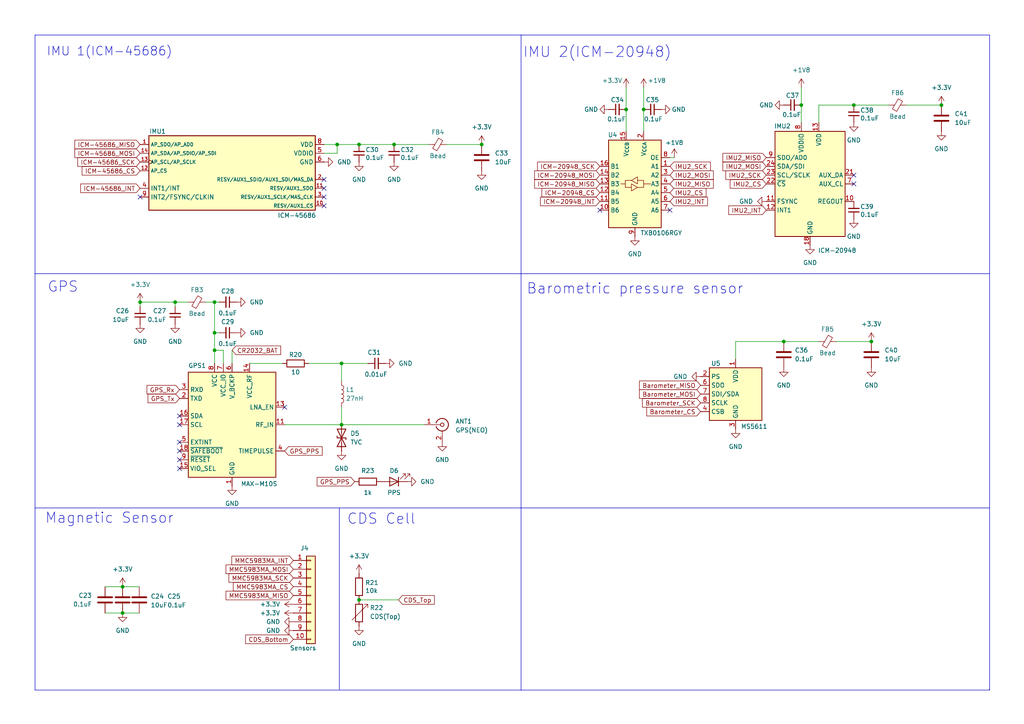
<source format=kicad_sch>
(kicad_sch (version 20250114) (generator "eeschema") (generator_version "9.0")
  (paper "A4")
  (title_block (title "Flight Sensors") (date "2025-07-01") (rev "1.0") (company "Robotics"))
  (lib_symbols
    (symbol "Connector:Conn_Coaxial" (pin_names (offset 1.016) (hide yes))
      (property "Reference" "J" (at 0.254 3.048 0))
      (property "Value" "Conn_Coaxial" (at 2.921 0 90))
      (symbol "Conn_Coaxial_0_1"
        (polyline (pts (xy -2.54 0) (xy -0.508 0)))
        (arc (start 1.778 0) (mid 0.222 -1.8079) (end -1.778 -0.508) (stroke (width 0.254)))
        (arc (start -1.778 0.508) (mid 0.2221 1.8084) (end 1.778 0) (stroke (width 0.254)))
        (circle (center 0 0) (radius 0.508) (stroke (width 0.2032)))
        (polyline (pts (xy 0 -2.54) (xy 0 -1.778)))
      )
      (symbol "Conn_Coaxial_1_1"
        (pin passive line (at -5.08 0 0) (length 2.54) (name "In") (number "1"))
        (pin passive line (at 0 -5.08 90) (length 2.54) (name "Ext") (number "2"))
      )
    )
    (symbol "Connector_Generic:Conn_01x10" (pin_names (offset 1.016) (hide yes))
      (property "Reference" "J" (at 0 12.7 0))
      (property "Value" "Conn_01x10" (at 0 -15.24 0))
      (symbol "Conn_01x10_1_1"
        (rectangle (start -1.27 11.43) (end 1.27 -13.97) (stroke (width 0.254)) (fill (type background)))
        (rectangle (start -1.27 10.287) (end 0 10.033) (stroke (width 0.1524)))
        (rectangle (start -1.27 7.747) (end 0 7.493) (stroke (width 0.1524)))
        (rectangle (start -1.27 5.207) (end 0 4.953) (stroke (width 0.1524)))
        (rectangle (start -1.27 2.667) (end 0 2.413) (stroke (width 0.1524)))
        (rectangle (start -1.27 0.127) (end 0 -0.127) (stroke (width 0.1524)))
        (rectangle (start -1.27 -2.413) (end 0 -2.667) (stroke (width 0.1524)))
        (rectangle (start -1.27 -4.953) (end 0 -5.207) (stroke (width 0.1524)))
        (rectangle (start -1.27 -7.493) (end 0 -7.747) (stroke (width 0.1524)))
        (rectangle (start -1.27 -10.033) (end 0 -10.287) (stroke (width 0.1524)))
        (rectangle (start -1.27 -12.573) (end 0 -12.827) (stroke (width 0.1524)))
        (pin passive line (at -5.08 10.16 0) (length 3.81) (name "Pin_1") (number "1"))
        (pin passive line (at -5.08 7.62 0) (length 3.81) (name "Pin_2") (number "2"))
        (pin passive line (at -5.08 5.08 0) (length 3.81) (name "Pin_3") (number "3"))
        (pin passive line (at -5.08 2.54 0) (length 3.81) (name "Pin_4") (number "4"))
        (pin passive line (at -5.08 0 0) (length 3.81) (name "Pin_5") (number "5"))
        (pin passive line (at -5.08 -2.54 0) (length 3.81) (name "Pin_6") (number "6"))
        (pin passive line (at -5.08 -5.08 0) (length 3.81) (name "Pin_7") (number "7"))
        (pin passive line (at -5.08 -7.62 0) (length 3.81) (name "Pin_8") (number "8"))
        (pin passive line (at -5.08 -10.16 0) (length 3.81) (name "Pin_9") (number "9"))
        (pin passive line (at -5.08 -12.7 0) (length 3.81) (name "Pin_10") (number "10"))
      )
    )
    (symbol "Device:C" (pin_numbers (hide yes)) (pin_names (offset 0.254))
      (property "Reference" "C" (at 0.635 2.54 0))
      (property "Value" "C" (at 0.635 -2.54 0))
      (symbol "C_0_1"
        (polyline (pts (xy -2.032 0.762) (xy 2.032 0.762)) (stroke (width 0.508)))
        (polyline (pts (xy -2.032 -0.762) (xy 2.032 -0.762)) (stroke (width 0.508)))
      )
      (symbol "C_1_1"
        (pin passive line (at 0 3.81 270) (length 2.794) (name "~") (number "1"))
        (pin passive line (at 0 -3.81 90) (length 2.794) (name "~") (number "2"))
      )
    )
    (symbol "Device:C_Small" (pin_numbers (hide yes)) (pin_names (offset 0.254) (hide yes))
      (property "Reference" "C" (at 0.254 1.778 0))
      (property "Value" "C_Small" (at 0.254 -2.032 0))
      (symbol "C_Small_0_1"
        (polyline (pts (xy -1.524 0.508) (xy 1.524 0.508)) (stroke (width 0.3048)))
        (polyline (pts (xy -1.524 -0.508) (xy 1.524 -0.508)) (stroke (width 0.3302)))
      )
      (symbol "C_Small_1_1"
        (pin passive line (at 0 2.54 270) (length 2.032) (name "~") (number "1"))
        (pin passive line (at 0 -2.54 90) (length 2.032) (name "~") (number "2"))
      )
    )
    (symbol "Device:D_TVS" (pin_numbers (hide yes)) (pin_names (offset 1.016) (hide yes))
      (property "Reference" "D" (at 0 2.54 0))
      (property "Value" "D_TVS" (at 0 -2.54 0))
      (symbol "D_TVS_0_1"
        (polyline (pts (xy -2.54 1.27) (xy -2.54 -1.27) (xy 2.54 1.27) (xy 2.54 -1.27) (xy -2.54 1.27)) (stroke (width 0.254)))
        (polyline (pts (xy 0.508 1.27) (xy 0 1.27) (xy 0 -1.27) (xy -0.508 -1.27)) (stroke (width 0.254)))
        (polyline (pts (xy 1.27 0) (xy -1.27 0)))
      )
      (symbol "D_TVS_1_1"
        (pin passive line (at -3.81 0 0) (length 2.54) (name "A1") (number "1"))
        (pin passive line (at 3.81 0 180) (length 2.54) (name "A2") (number "2"))
      )
    )
    (symbol "Device:FerriteBead_Small" (pin_numbers (hide yes)) (pin_names (offset 0))
      (property "Reference" "FB" (at 1.905 1.27 0))
      (property "Value" "FerriteBead_Small" (at 1.905 -1.27 0))
      (symbol "FerriteBead_Small_0_1"
        (polyline (pts (xy -1.8288 0.2794) (xy -1.1176 1.4986) (xy 1.8288 -0.2032) (xy 1.1176 -1.4224) (xy -1.8288 0.2794)))
        (polyline (pts (xy 0 0.889) (xy 0 1.2954)))
        (polyline (pts (xy 0 -1.27) (xy 0 -0.7874)))
      )
      (symbol "FerriteBead_Small_1_1"
        (pin passive line (at 0 2.54 270) (length 1.27) (name "~") (number "1"))
        (pin passive line (at 0 -2.54 90) (length 1.27) (name "~") (number "2"))
      )
    )
    (symbol "Device:L" (pin_numbers (hide yes)) (pin_names (offset 1.016) (hide yes))
      (property "Reference" "L" (at -1.27 0 90))
      (property "Value" "L" (at 1.905 0 90))
      (symbol "L_0_1"
        (arc (start 0 2.54) (mid 0.6323 1.905) (end 0 1.27))
        (arc (start 0 1.27) (mid 0.6323 0.635) (end 0 0))
        (arc (start 0 0) (mid 0.6323 -0.635) (end 0 -1.27))
        (arc (start 0 -1.27) (mid 0.6323 -1.905) (end 0 -2.54))
      )
      (symbol "L_1_1"
        (pin passive line (at 0 3.81 270) (length 1.27) (name "1") (number "1"))
        (pin passive line (at 0 -3.81 90) (length 1.27) (name "2") (number "2"))
      )
    )
    (symbol "Device:LED" (pin_numbers (hide yes)) (pin_names (offset 1.016) (hide yes))
      (property "Reference" "D" (at 0 2.54 0))
      (property "Value" "LED" (at 0 -2.54 0))
      (symbol "LED_0_1"
        (polyline (pts (xy -3.048 -0.762) (xy -4.572 -2.286) (xy -3.81 -2.286) (xy -4.572 -2.286) (xy -4.572 -1.524)))
        (polyline (pts (xy -1.778 -0.762) (xy -3.302 -2.286) (xy -2.54 -2.286) (xy -3.302 -2.286) (xy -3.302 -1.524)))
        (polyline (pts (xy -1.27 0) (xy 1.27 0)))
        (polyline (pts (xy -1.27 -1.27) (xy -1.27 1.27)) (stroke (width 0.254)))
        (polyline (pts (xy 1.27 -1.27) (xy 1.27 1.27) (xy -1.27 0) (xy 1.27 -1.27)) (stroke (width 0.254)))
      )
      (symbol "LED_1_1"
        (pin passive line (at -3.81 0 0) (length 2.54) (name "K") (number "1"))
        (pin passive line (at 3.81 0 180) (length 2.54) (name "A") (number "2"))
      )
    )
    (symbol "Device:R" (pin_numbers (hide yes)) (pin_names (offset 0))
      (property "Reference" "R" (at 2.032 0 90))
      (property "Value" "R" (at 0 0 90))
      (symbol "R_0_1"
        (rectangle (start -1.016 -2.54) (end 1.016 2.54) (stroke (width 0.254)))
      )
      (symbol "R_1_1"
        (pin passive line (at 0 3.81 270) (length 1.27) (name "~") (number "1"))
        (pin passive line (at 0 -3.81 90) (length 1.27) (name "~") (number "2"))
      )
    )
    (symbol "Device:R_Variable" (pin_numbers (hide yes)) (pin_names (offset 0))
      (property "Reference" "R" (at 2.54 -2.54 90))
      (property "Value" "R_Variable" (at -2.54 -1.27 90))
      (symbol "R_Variable_0_1"
        (rectangle (start -1.016 -2.54) (end 1.016 2.54) (stroke (width 0.254)))
        (polyline (pts (xy 2.54 1.524) (xy 2.54 2.54) (xy 1.524 2.54) (xy 2.54 2.54) (xy -2.032 -2.032)))
      )
      (symbol "R_Variable_1_1"
        (pin passive line (at 0 3.81 270) (length 1.27) (name "~") (number "1"))
        (pin passive line (at 0 -3.81 90) (length 1.27) (name "~") (number "2"))
      )
    )
    (symbol "Logic_LevelTranslator:TXB0106RGY"
      (property "Reference" "U" (at -6.35 13.97 0))
      (property "Value" "TXB0106RGY" (at 3.81 13.97 0))
      (symbol "TXB0106RGY_0_1"
        (rectangle (start -7.62 12.7) (end 7.62 -12.7) (stroke (width 0.254)) (fill (type background)))
        (polyline (pts (xy -2.54 0) (xy -2.54 1.016) (xy -0.762 1.016)))
        (polyline (pts (xy -0.762 -1.016) (xy -2.54 -1.016) (xy -2.54 0) (xy -4.572 0)))
        (polyline (pts (xy -0.762 -1.016) (xy 1.016 0) (xy 1.016 -2.032) (xy -0.762 -1.016)))
        (polyline (pts (xy 1.016 1.016) (xy -0.762 0) (xy -0.762 2.032) (xy 1.016 1.016)))
        (polyline (pts (xy 1.016 1.016) (xy 2.794 1.016) (xy 2.794 0) (xy 4.064 0)))
        (polyline (pts (xy 2.794 0) (xy 2.794 -1.016) (xy 1.016 -1.016)))
      )
      (symbol "TXB0106RGY_1_1"
        (pin input line (at -10.16 7.62 0) (length 2.54) (name "OE") (number "8"))
        (pin bidirectional line (at -10.16 5.08 0) (length 2.54) (name "A1") (number "1"))
        (pin bidirectional line (at -10.16 2.54 0) (length 2.54) (name "A2") (number "3"))
        (pin bidirectional line (at -10.16 0 0) (length 2.54) (name "A3") (number "4"))
        (pin bidirectional line (at -10.16 -2.54 0) (length 2.54) (name "A4") (number "5"))
        (pin bidirectional line (at -10.16 -5.08 0) (length 2.54) (name "A5") (number "6"))
        (pin bidirectional line (at -10.16 -7.62 0) (length 2.54) (name "A6") (number "7"))
        (pin power_in line (at -2.54 15.24 270) (length 2.54) (name "V_{CCA}") (number "2"))
        (pin passive line (at 0 -15.24 90) (length 2.54) (hide yes) (name "GND") (number "17"))
        (pin power_in line (at 0 -15.24 90) (length 2.54) (name "GND") (number "9"))
        (pin power_in line (at 2.54 15.24 270) (length 2.54) (name "V_{CCB}") (number "15"))
        (pin bidirectional line (at 10.16 5.08 180) (length 2.54) (name "B1") (number "16"))
        (pin bidirectional line (at 10.16 2.54 180) (length 2.54) (name "B2") (number "14"))
        (pin bidirectional line (at 10.16 0 180) (length 2.54) (name "B3") (number "13"))
        (pin bidirectional line (at 10.16 -2.54 180) (length 2.54) (name "B4") (number "12"))
        (pin bidirectional line (at 10.16 -5.08 180) (length 2.54) (name "B5") (number "11"))
        (pin bidirectional line (at 10.16 -7.62 180) (length 2.54) (name "B6") (number "10"))
      )
    )
    (symbol "MY_Sensor:ICM-45686"
      (property "Reference" "IMU" (at 4.572 4.064 0))
      (property "Value" "ICM-45686" (at 45.212 -20.574 0))
      (symbol "ICM-45686_0_0"
        (pin bidirectional line (at 0 0 0) (length 2.54) (name "AP_SDO/AP_AD0") (number "1"))
        (pin bidirectional line (at 0 -2.54 0) (length 2.54) (name "AP_SDA/AP_SDIO/AP_SDI") (number "14"))
        (pin input clock (at 0 -5.08 0) (length 2.54) (name "AP_SCL/AP_SCLK") (number "13"))
        (pin input line (at 0 -7.62 0) (length 2.54) (name "AP_CS") (number "12"))
        (pin bidirectional line (at 53.34 -10.16 180) (length 2.54) (name "RESV/AUX1_SDIO/AUX1_SDI/MAS_DA") (number "2"))
        (pin output line (at 53.34 -12.7 180) (length 2.54) (name "RESV/AUX1_SDO") (number "11"))
        (pin bidirectional line (at 53.34 -15.24 180) (length 2.54) (name "RESV/AUX1_SCLK/MAS_CLK") (number "3"))
        (pin input line (at 53.34 -17.78 180) (length 2.54) (name "RESV/AUX1_CS") (number "10"))
      )
      (symbol "ICM-45686_1_0"
        (pin passive line (at 53.34 -5.08 180) (length 2.54) (hide yes) (name "RESV") (number "7"))
      )
      (symbol "ICM-45686_1_1"
        (rectangle (start 2.54 2.54) (end 50.8 -19.05) (stroke (width 0.3)) (fill (type background)))
        (pin output line (at 0 -12.7 0) (length 2.54) (name "INT1/INT") (number "4"))
        (pin input line (at 0 -15.24 0) (length 2.54) (name "INT2/FSYNC/CLKIN") (number "9"))
        (pin power_in line (at 53.34 0 180) (length 2.54) (name "VDD") (number "8"))
        (pin power_in line (at 53.34 -2.54 180) (length 2.54) (name "VDDIO") (number "5"))
        (pin power_in line (at 53.34 -5.08 180) (length 2.54) (name "GND") (number "6"))
      )
    )
    (symbol "RF_GPS:MAX-M10S"
      (property "Reference" "U" (at -10.16 16.51 0))
      (property "Value" "MAX-M10S" (at 11.43 16.51 0))
      (symbol "MAX-M10S_0_1"
        (rectangle (start 12.7 15.24) (end -12.7 -15.24) (stroke (width 0.254)) (fill (type background)))
      )
      (symbol "MAX-M10S_1_1"
        (pin input line (at -15.24 10.16 0) (length 2.54) (name "RXD") (number "3"))
        (pin output line (at -15.24 7.62 0) (length 2.54) (name "TXD") (number "2"))
        (pin bidirectional line (at -15.24 2.54 0) (length 2.54) (name "SDA") (number "16"))
        (pin input line (at -15.24 0 0) (length 2.54) (name "SCL") (number "17"))
        (pin input line (at -15.24 -5.08 0) (length 2.54) (name "EXTINT") (number "5"))
        (pin input line (at -15.24 -7.62 0) (length 2.54) (name "~{SAFEBOOT}") (number "18"))
        (pin input line (at -15.24 -10.16 0) (length 2.54) (name "~{RESET}") (number "9"))
        (pin input line (at -15.24 -12.7 0) (length 2.54) (name "VIO_SEL") (number "15"))
        (pin power_in line (at -5.08 17.78 270) (length 2.54) (name "VCC") (number "8"))
        (pin power_in line (at -2.54 17.78 270) (length 2.54) (name "VCC_IO") (number "7"))
        (pin power_in line (at 0 17.78 270) (length 2.54) (name "V_BCKP") (number "6"))
        (pin power_in line (at 0 -17.78 90) (length 2.54) (name "GND") (number "1"))
        (pin passive line (at 0 -17.78 90) (length 2.54) (hide yes) (name "GND") (number "10"))
        (pin passive line (at 0 -17.78 90) (length 2.54) (hide yes) (name "GND") (number "12"))
        (pin power_out line (at 5.08 17.78 270) (length 2.54) (name "VCC_RF") (number "14"))
        (pin output line (at 15.24 5.08 180) (length 2.54) (name "LNA_EN") (number "13"))
        (pin input line (at 15.24 0 180) (length 2.54) (name "RF_IN") (number "11"))
        (pin output line (at 15.24 -7.62 180) (length 2.54) (name "TIMEPULSE") (number "4"))
      )
    )
    (symbol "Sensor_Motion:ICM-20948"
      (property "Reference" "U" (at -11.43 16.51 0))
      (property "Value" "ICM-20948" (at 7.62 -16.51 0))
      (symbol "ICM-20948_0_1"
        (rectangle (start -10.16 15.24) (end 10.16 -15.24) (stroke (width 0.254)) (fill (type background)))
      )
      (symbol "ICM-20948_1_1"
        (pin bidirectional line (at -12.7 7.62 0) (length 2.54) (name "SDO/AD0") (number "9"))
        (pin bidirectional line (at -12.7 5.08 0) (length 2.54) (name "SDA/SDI") (number "24"))
        (pin input line (at -12.7 2.54 0) (length 2.54) (name "SCL/SCLK") (number "23"))
        (pin input line (at -12.7 0 0) (length 2.54) (name "~{CS}") (number "22"))
        (pin input line (at -12.7 -5.08 0) (length 2.54) (name "FSYNC") (number "11"))
        (pin output line (at -12.7 -7.62 0) (length 2.54) (name "INT1") (number "12"))
        (pin no_connect line (at -10.16 12.7 0) (length 2.54) (hide yes) (name "NC") (number "1"))
        (pin no_connect line (at -10.16 10.16 0) (length 2.54) (hide yes) (name "NC") (number "2"))
        (pin no_connect line (at -10.16 -2.54 0) (length 2.54) (hide yes) (name "NC") (number "3"))
        (pin no_connect line (at -10.16 -10.16 0) (length 2.54) (hide yes) (name "NC") (number "4"))
        (pin no_connect line (at -10.16 -12.7 0) (length 2.54) (hide yes) (name "NC") (number "5"))
        (pin power_in line (at -2.54 17.78 270) (length 2.54) (name "VDDIO") (number "8"))
        (pin power_in line (at 0 -17.78 90) (length 2.54) (name "GND") (number "18"))
        (pin passive line (at 0 -17.78 90) (length 2.54) (hide yes) (name "GND") (number "20"))
        (pin power_in line (at 2.54 17.78 270) (length 2.54) (name "VDD") (number "13"))
        (pin no_connect line (at 10.16 10.16 180) (length 2.54) (hide yes) (name "NC") (number "6"))
        (pin no_connect line (at 10.16 7.62 180) (length 2.54) (hide yes) (name "NC") (number "14"))
        (pin no_connect line (at 10.16 5.08 180) (length 2.54) (hide yes) (name "NC") (number "15"))
        (pin no_connect line (at 10.16 -7.62 180) (length 2.54) (hide yes) (name "NC") (number "16"))
        (pin no_connect line (at 10.16 -10.16 180) (length 2.54) (hide yes) (name "NC") (number "17"))
        (pin no_connect line (at 10.16 -12.7 180) (length 2.54) (hide yes) (name "RESV") (number "19"))
        (pin bidirectional line (at 12.7 2.54 180) (length 2.54) (name "AUX_DA") (number "21"))
        (pin output line (at 12.7 0 180) (length 2.54) (name "AUX_CL") (number "7"))
        (pin passive line (at 12.7 -5.08 180) (length 2.54) (name "REGOUT") (number "10"))
      )
    )
    (symbol "Sensor_Pressure:MS5611-01BA"
      (property "Reference" "U" (at -6.35 8.89 0))
      (property "Value" "MS5611-01BA" (at 7.62 8.89 0))
      (symbol "MS5611-01BA_0_1"
        (rectangle (start -7.62 7.62) (end 7.62 -7.62) (stroke (width 0.254)) (fill (type background)))
      )
      (symbol "MS5611-01BA_1_1"
        (pin input line (at -10.16 5.08 0) (length 2.54) (name "PS") (number "2"))
        (pin output line (at -10.16 2.54 0) (length 2.54) (name "SDO") (number "6"))
        (pin bidirectional line (at -10.16 0 0) (length 2.54) (name "SDI/SDA") (number "7"))
        (pin input line (at -10.16 -2.54 0) (length 2.54) (name "SCLK") (number "8"))
        (pin input line (at -10.16 -5.08 0) (length 2.54) (name "CSB") (number "4"))
        (pin input line (at -10.16 -5.08 0) (length 2.54) (hide yes) (name "CSB") (number "5"))
        (pin power_in line (at 0 10.16 270) (length 2.54) (name "VDD") (number "1"))
        (pin power_in line (at 0 -10.16 90) (length 2.54) (name "GND") (number "3"))
      )
    )
    (symbol "power:+1V8" (power) (pin_numbers (hide yes)) (pin_names (offset 0) (hide yes))
      (property "Value" "+1V8" (at 0 3.556 0))
      (symbol "+1V8_0_1"
        (polyline (pts (xy -0.762 1.27) (xy 0 2.54)))
        (polyline (pts (xy 0 2.54) (xy 0.762 1.27)))
        (polyline (pts (xy 0 0) (xy 0 2.54)))
      )
      (symbol "+1V8_1_1"
        (pin power_in line (at 0 0 90) (length 0) (name "~") (number "1"))
      )
    )
    (symbol "power:+3.3V" (power) (pin_numbers (hide yes)) (pin_names (offset 0) (hide yes))
      (property "Value" "+3.3V" (at 0 3.556 0))
      (symbol "+3.3V_0_1"
        (polyline (pts (xy -0.762 1.27) (xy 0 2.54)))
        (polyline (pts (xy 0 2.54) (xy 0.762 1.27)))
        (polyline (pts (xy 0 0) (xy 0 2.54)))
      )
      (symbol "+3.3V_1_1"
        (pin power_in line (at 0 0 90) (length 0) (name "~") (number "1"))
      )
    )
    (symbol "power:GND" (power) (pin_numbers (hide yes)) (pin_names (offset 0) (hide yes))
      (property "Value" "GND" (at 0 -3.81 0))
      (symbol "GND_0_1"
        (polyline (pts (xy 0 0) (xy 0 -1.27) (xy 1.27 -1.27) (xy 0 -2.54) (xy -1.27 -1.27) (xy 0 -1.27)))
      )
      (symbol "GND_1_1"
        (pin power_in line (at 0 0 270) (length 0) (name "~") (number "1"))
      )
    )
  )
  (text "GPS" (at 13.716 85.09 0) (effects (font (size 3 3)) (justify left bottom)))
  (text "IMU 2(ICM-20948)" (at 151.638 17.018 0) (effects (font (size 3 3)) (justify left bottom)))
  (text "IMU 1(ICM-45686)" (at 13.462 16.51 0) (effects (font (size 2.54 2.54)) (justify left bottom)))
  (text "CDS Cell" (at 100.584 152.4 0) (effects (font (size 3 3)) (justify left bottom)))
  (text "Magnetic Sensor" (at 31.75 150.368 0) (effects (font (size 3 3))))
  (text "Barometric pressure sensor" (at 152.654 85.598 0) (effects (font (size 3 3)) (justify left bottom)))
  (junction (at 62.23 87.63))
  (junction (at 104.14 41.91))
  (junction (at 50.8 87.63))
  (junction (at 97.79 41.91))
  (junction (at 252.73 99.06))
  (junction (at 62.23 96.52))
  (junction (at 186.69 31.75))
  (junction (at 40.64 87.63))
  (junction (at 99.06 105.41))
  (junction (at 273.05 30.48))
  (junction (at 99.06 123.19))
  (junction (at 139.7 41.91))
  (junction (at 62.23 101.6))
  (junction (at 247.65 30.48))
  (junction (at 232.41 30.48))
  (junction (at 35.56 177.8))
  (junction (at 114.3 41.91))
  (junction (at 181.61 31.75))
  (junction (at 227.33 99.06))
  (junction (at 35.56 170.18))
  (junction (at 104.14 173.99))
  (no_connect (at 52.07 133.35))
  (no_connect (at 93.98 59.69))
  (no_connect (at 40.64 57.15))
  (no_connect (at 173.99 60.96))
  (no_connect (at 52.07 135.89))
  (no_connect (at 247.65 50.8))
  (no_connect (at 52.07 128.27))
  (no_connect (at 52.07 120.65))
  (no_connect (at 82.55 118.11))
  (no_connect (at 52.07 130.81))
  (no_connect (at 52.07 123.19))
  (no_connect (at 93.98 54.61))
  (no_connect (at 194.31 60.96))
  (no_connect (at 247.65 53.34))
  (no_connect (at 93.98 52.07))
  (no_connect (at 93.98 57.15))
  (wire (pts (xy 104.14 41.91) (xy 114.3 41.91)))
  (polyline (pts (xy 217.17 79.375) (xy 280.035 79.375)))
  (wire (pts (xy 237.49 30.48) (xy 247.65 30.48)))
  (wire (pts (xy 93.98 41.91) (xy 97.79 41.91)))
  (wire (pts (xy 62.23 96.52) (xy 63.5 96.52)))
  (wire (pts (xy 247.65 30.48) (xy 257.81 30.48)))
  (wire (pts (xy 64.77 101.6) (xy 64.77 105.41)))
  (wire (pts (xy 232.41 30.48) (xy 232.41 35.56)))
  (polyline (pts (xy 151.13 10.16) (xy 287.02 10.16)))
  (wire (pts (xy 99.06 123.19) (xy 123.19 123.19)))
  (wire (pts (xy 40.64 87.63) (xy 50.8 87.63)))
  (wire (pts (xy 50.8 87.63) (xy 50.8 88.9)))
  (wire (pts (xy 93.98 44.45) (xy 97.79 44.45)))
  (wire (pts (xy 262.89 30.48) (xy 273.05 30.48)))
  (wire (pts (xy 40.386 170.18) (xy 35.56 170.18)))
  (wire (pts (xy 40.64 87.63) (xy 40.64 88.9)))
  (polyline (pts (xy 287.02 10.16) (xy 287.02 200.025)))
  (wire (pts (xy 99.06 105.41) (xy 99.06 110.49)))
  (wire (pts (xy 40.386 177.8) (xy 35.56 177.8)))
  (polyline (pts (xy 287.02 200.152) (xy 287.02 199.898)))
  (polyline (pts (xy 10.16 10.16) (xy 151.13 10.16)))
  (polyline (pts (xy 280.035 79.375) (xy 287.02 79.375)))
  (polyline (pts (xy 151.13 147.32) (xy 287.02 147.32)))
  (wire (pts (xy 186.69 25.4) (xy 186.69 31.75)))
  (polyline (pts (xy 151.13 200.152) (xy 287.02 200.152)))
  (wire (pts (xy 242.57 99.06) (xy 252.73 99.06)))
  (wire (pts (xy 89.535 105.41) (xy 99.06 105.41)))
  (wire (pts (xy 237.49 30.48) (xy 237.49 35.56)))
  (wire (pts (xy 186.69 31.75) (xy 186.69 38.1)))
  (wire (pts (xy 50.8 87.63) (xy 54.61 87.63)))
  (wire (pts (xy 72.39 105.41) (xy 81.915 105.41)))
  (wire (pts (xy 59.69 87.63) (xy 62.23 87.63)))
  (polyline (pts (xy 10.16 200.152) (xy 10.16 79.375)))
  (wire (pts (xy 213.36 99.06) (xy 227.33 99.06)))
  (wire (pts (xy 232.41 25.4) (xy 232.41 30.48)))
  (polyline (pts (xy 151.13 10.16) (xy 151.13 79.375)))
  (wire (pts (xy 30.48 177.8) (xy 35.56 177.8)))
  (wire (pts (xy 97.79 44.45) (xy 97.79 41.91)))
  (wire (pts (xy 62.23 101.6) (xy 64.77 101.6)))
  (wire (pts (xy 63.5 87.63) (xy 62.23 87.63)))
  (polyline (pts (xy 151.13 200.152) (xy 10.16 200.152)))
  (wire (pts (xy 104.14 173.99) (xy 115.57 173.99)))
  (wire (pts (xy 67.31 101.6) (xy 67.31 105.41)))
  (wire (pts (xy 181.61 31.75) (xy 181.61 38.1)))
  (wire (pts (xy 62.23 101.6) (xy 62.23 105.41)))
  (wire (pts (xy 97.79 41.91) (xy 104.14 41.91)))
  (wire (pts (xy 62.23 96.52) (xy 62.23 101.6)))
  (wire (pts (xy 99.06 105.41) (xy 106.68 105.41)))
  (wire (pts (xy 30.48 170.18) (xy 35.56 170.18)))
  (wire (pts (xy 227.33 99.06) (xy 237.49 99.06)))
  (polyline (pts (xy 95.885 79.375) (xy 151.13 79.375)))
  (wire (pts (xy 62.23 87.63) (xy 62.23 96.52)))
  (polyline (pts (xy 10.16 79.375) (xy 95.885 79.375)))
  (polyline (pts (xy 10.16 79.375) (xy 10.16 10.16)))
  (wire (pts (xy 129.54 41.91) (xy 139.7 41.91)))
  (wire (pts (xy 82.55 123.19) (xy 99.06 123.19)))
  (wire (pts (xy 99.06 118.11) (xy 99.06 123.19)))
  (wire (pts (xy 213.36 104.14) (xy 213.36 99.06)))
  (polyline (pts (xy 151.13 79.502) (xy 151.13 147.32)))
  (wire (pts (xy 181.61 25.4) (xy 181.61 31.75)))
  (polyline (pts (xy 151.13 147.32) (xy 151.13 200.152)))
  (polyline (pts (xy 151.13 79.375) (xy 217.17 79.375)))
  (polyline (pts (xy 151.13 147.32) (xy 10.16 147.32)))
  (wire (pts (xy 114.3 41.91) (xy 124.46 41.91)))
  (wire (pts (xy 195.58 45.72) (xy 194.31 45.72)))
  (polyline (pts (xy 98.425 147.32) (xy 98.425 200.025)))
  (global_label "ICM-20948_MISO" (shape input) (at 173.99 53.34 180) (property "Intersheetrefs" "${INTERSHEET_REFS}" (effects (hide yes))))
  (global_label "IMU2_MOSI" (shape input) (at 222.25 48.26 180) (property "Intersheetrefs" "${INTERSHEET_REFS}" (effects (hide yes))))
  (global_label "MMC5983MA_CS" (shape input) (at 85.09 170.18 180) (property "Intersheetrefs" "${INTERSHEET_REFS}" (effects (hide yes))))
  (global_label "IMU2_MISO" (shape input) (at 222.25 45.72 180) (property "Intersheetrefs" "${INTERSHEET_REFS}" (effects (hide yes))))
  (global_label "Barometer_SCK" (shape input) (at 203.2 116.84 180) (property "Intersheetrefs" "${INTERSHEET_REFS}" (effects (hide yes))))
  (global_label "IMU2_MOSI" (shape input) (at 194.31 50.8 0) (property "Intersheetrefs" "${INTERSHEET_REFS}" (effects (hide yes))))
  (global_label "CDS_Top" (shape input) (at 115.57 173.99 0) (property "Intersheetrefs" "${INTERSHEET_REFS}" (effects (hide yes))))
  (global_label "Barometer_CS" (shape input) (at 203.2 119.38 180) (property "Intersheetrefs" "${INTERSHEET_REFS}" (effects (hide yes))))
  (global_label "ICM-45686_SCK" (shape input) (at 40.64 46.99 180) (property "Intersheetrefs" "${INTERSHEET_REFS}" (effects (hide yes))))
  (global_label "CDS_Bottom" (shape input) (at 85.09 185.42 180) (property "Intersheetrefs" "${INTERSHEET_REFS}" (effects (hide yes))))
  (global_label "IMU2_SCK" (shape input) (at 194.31 48.26 0) (property "Intersheetrefs" "${INTERSHEET_REFS}" (effects (hide yes))))
  (global_label "GPS_Tx" (shape input) (at 52.07 115.57 180) (property "Intersheetrefs" "${INTERSHEET_REFS}" (effects (hide yes))))
  (global_label "ICM-45686_INT" (shape input) (at 40.64 54.61 180) (property "Intersheetrefs" "${INTERSHEET_REFS}" (effects (hide yes))))
  (global_label "MMC5983MA_SCK" (shape input) (at 85.09 167.64 180) (property "Intersheetrefs" "${INTERSHEET_REFS}" (effects (hide yes))))
  (global_label "GPS_PPS" (shape input) (at 102.87 139.7 180) (property "Intersheetrefs" "${INTERSHEET_REFS}" (effects (hide yes))))
  (global_label "IMU2_MISO" (shape input) (at 194.31 53.34 0) (property "Intersheetrefs" "${INTERSHEET_REFS}" (effects (hide yes))))
  (global_label "ICM-45686_MISO" (shape input) (at 40.64 41.91 180) (property "Intersheetrefs" "${INTERSHEET_REFS}" (effects (hide yes))))
  (global_label "IMU2_INT" (shape input) (at 222.25 60.96 180) (property "Intersheetrefs" "${INTERSHEET_REFS}" (effects (hide yes))))
  (global_label "IMU2_CS" (shape input) (at 194.31 55.88 0) (property "Intersheetrefs" "${INTERSHEET_REFS}" (effects (hide yes))))
  (global_label "GPS_PPS" (shape input) (at 82.55 130.81 0) (property "Intersheetrefs" "${INTERSHEET_REFS}" (effects (hide yes))))
  (global_label "Barometer_MOSI" (shape input) (at 203.2 114.3 180) (property "Intersheetrefs" "${INTERSHEET_REFS}" (effects (hide yes))))
  (global_label "CR2032_BAT" (shape input) (at 67.31 101.6 0) (property "Intersheetrefs" "${INTERSHEET_REFS}" (effects (hide yes))))
  (global_label "GPS_Rx" (shape input) (at 52.07 113.03 180) (property "Intersheetrefs" "${INTERSHEET_REFS}" (effects (hide yes))))
  (global_label "MMC5983MA_MOSI" (shape input) (at 85.09 165.1 180) (property "Intersheetrefs" "${INTERSHEET_REFS}" (effects (hide yes))))
  (global_label "IMU2_SCK" (shape input) (at 222.25 50.8 180) (property "Intersheetrefs" "${INTERSHEET_REFS}" (effects (hide yes))))
  (global_label "IMU2_CS" (shape input) (at 222.25 53.34 180) (property "Intersheetrefs" "${INTERSHEET_REFS}" (effects (hide yes))))
  (global_label "MMC5983MA_INT" (shape input) (at 85.09 162.56 180) (property "Intersheetrefs" "${INTERSHEET_REFS}" (effects (hide yes))))
  (global_label "ICM-45686_CS" (shape input) (at 40.64 49.53 180) (property "Intersheetrefs" "${INTERSHEET_REFS}" (effects (hide yes))))
  (global_label "ICM-20948_MOSI" (shape input) (at 173.99 50.8 180) (property "Intersheetrefs" "${INTERSHEET_REFS}" (effects (hide yes))))
  (global_label "ICM-20948_INT" (shape input) (at 173.99 58.42 180) (property "Intersheetrefs" "${INTERSHEET_REFS}" (effects (hide yes))))
  (global_label "ICM-45686_MOSI" (shape input) (at 40.64 44.45 180) (property "Intersheetrefs" "${INTERSHEET_REFS}" (effects (hide yes))))
  (global_label "MMC5983MA_MISO" (shape input) (at 85.09 172.72 180) (property "Intersheetrefs" "${INTERSHEET_REFS}" (effects (hide yes))))
  (global_label "IMU2_INT" (shape input) (at 194.31 58.42 0) (property "Intersheetrefs" "${INTERSHEET_REFS}" (effects (hide yes))))
  (global_label "ICM-20948_CS" (shape input) (at 173.99 55.88 180) (property "Intersheetrefs" "${INTERSHEET_REFS}" (effects (hide yes))))
  (global_label "Barometer_MISO" (shape input) (at 203.2 111.76 180) (property "Intersheetrefs" "${INTERSHEET_REFS}" (effects (hide yes))))
  (global_label "ICM-20948_SCK" (shape input) (at 173.99 48.26 180) (property "Intersheetrefs" "${INTERSHEET_REFS}" (effects (hide yes))))
  (symbol (lib_id "Device:C_Small") (at 66.04 96.52 270) (mirror x) (unit 1)
    (property "Reference" "C29" (at 66.04 93.345 90))
    (property "Value" "0.1uF" (at 66.04 99.695 90))
    (property "Footprint" "Capacitor_SMD:C_0603_1608Metric" (effects (hide yes)))
  )
  (symbol (lib_id "power:+3.3V") (at 85.09 177.8 90) (unit 1)
    (property "Reference" "#PWR059" (effects (hide yes)))
    (property "Value" "+3.3V" (at 81.28 177.7999 90) (effects (justify left)))
    (property "Description" "Power symbol creates a global label with name \"+3.3V\"" (effects (hide yes)))
  )
  (symbol (lib_id "power:GND") (at 191.77 31.75 90) (unit 1)
    (property "Reference" "#PWR077" (effects (hide yes)))
    (property "Value" "GND" (at 196.85 31.75 90))
    (property "Description" "Power symbol creates a global label with name \"GND\" , ground" (effects (hide yes)))
  )
  (symbol (lib_id "power:+3.3V") (at 252.73 99.06 0) (unit 1)
    (property "Reference" "#PWR088" (effects (hide yes)))
    (property "Value" "+3.3V" (at 252.73 93.98 0))
  )
  (symbol (lib_id "Device:C_Small") (at 247.65 60.96 180) (unit 1)
    (property "Reference" "C39" (at 251.46 59.944 0))
    (property "Value" "0.1uF" (at 252.222 62.23 0))
    (property "Footprint" "Capacitor_SMD:C_0603_1608Metric" (effects (hide yes)))
  )
  (symbol (lib_id "Device:C_Small") (at 247.65 33.02 180) (unit 1)
    (property "Reference" "C38" (at 251.46 32.004 0))
    (property "Value" "0.1uF" (at 252.222 34.29 0))
    (property "Footprint" "Capacitor_SMD:C_0603_1608Metric" (effects (hide yes)))
  )
  (symbol (lib_id "Device:D_TVS") (at 99.06 127 90) (unit 1)
    (property "Reference" "D5" (at 101.6 125.7299 90) (effects (justify right)))
    (property "Value" "TVC" (at 101.6 128.27 90) (effects (justify right)))
    (property "Footprint" "Diode_SMD:D_0402_1005Metric" (effects (hide yes)))
  )
  (symbol (lib_id "power:+3.3V") (at 181.61 25.4 0) (unit 1)
    (property "Reference" "#PWR074" (effects (hide yes)))
    (property "Value" "+3.3V" (at 177.546 23.368 0))
  )
  (symbol (lib_id "power:GND") (at 40.64 93.98 0) (unit 1)
    (property "Reference" "#PWR053" (effects (hide yes)))
    (property "Value" "GND" (at 40.64 99.06 0))
    (property "Description" "Power symbol creates a global label with name \"GND\" , ground" (effects (hide yes)))
  )
  (symbol (lib_id "power:GND") (at 227.33 30.48 270) (mirror x) (unit 1)
    (property "Reference" "#PWR082" (effects (hide yes)))
    (property "Value" "GND" (at 222.25 30.48 90))
    (property "Description" "Power symbol creates a global label with name \"GND\" , ground" (effects (hide yes)))
  )
  (symbol (lib_id "power:GND") (at 252.73 106.68 0) (mirror y) (unit 1)
    (property "Reference" "#PWR089" (effects (hide yes)))
    (property "Value" "GND" (at 252.73 111.76 0))
    (property "Description" "Power symbol creates a global label with name \"GND\" , ground" (effects (hide yes)))
  )
  (symbol (lib_id "power:+1V8") (at 186.69 25.4 0) (unit 1)
    (property "Reference" "#PWR076" (effects (hide yes)))
    (property "Value" "+1V8" (at 190.5 23.368 0))
    (property "Description" "Power symbol creates a global label with name \"+1V8\"" (effects (hide yes)))
  )
  (symbol (lib_id "power:GND") (at 114.3 46.99 0) (unit 1)
    (property "Reference" "#PWR068" (effects (hide yes)))
    (property "Value" "GND" (at 114.3 52.07 0))
    (property "Description" "Power symbol creates a global label with name \"GND\" , ground" (effects (hide yes)))
  )
  (symbol (lib_id "Device:R") (at 85.725 105.41 90) (unit 1)
    (property "Reference" "R20" (at 85.725 102.87 90))
    (property "Value" "10" (at 85.725 107.95 90))
    (property "Footprint" "Resistor_SMD:R_0603_1608Metric" (effects (hide yes)))
  )
  (symbol (lib_id "Connector:Conn_Coaxial") (at 128.27 123.19 0) (unit 1)
    (property "Reference" "ANT1" (at 132.08 122.2131 0) (effects (justify left)))
    (property "Value" "GPS(NEO)" (at 132.08 124.7531 0) (effects (justify left)))
    (property "Footprint" "Connector_Coaxial:SMA_Amphenol_132134-11_Vertical" (effects (hide yes)))
    (property "Datasheet" " ~" (effects (hide yes)))
  )
  (symbol (lib_id "Device:C") (at 273.05 34.29 0) (mirror y) (unit 1)
    (property "Reference" "C41" (at 276.86 33.02 0) (effects (justify right)))
    (property "Value" "10uF" (at 276.86 35.56 0) (effects (justify right)))
    (property "Footprint" "Capacitor_SMD:C_0805_2012Metric" (effects (hide yes)))
  )
  (symbol (lib_id "power:GND") (at 104.14 46.99 0) (unit 1)
    (property "Reference" "#PWR064" (effects (hide yes)))
    (property "Value" "GND" (at 104.14 52.07 0))
    (property "Description" "Power symbol creates a global label with name \"GND\" , ground" (effects (hide yes)))
  )
  (symbol (lib_id "Device:C_Small") (at 66.04 87.63 270) (mirror x) (unit 1)
    (property "Reference" "C28" (at 66.04 84.455 90))
    (property "Value" "0.1uF" (at 66.04 90.805 90))
    (property "Footprint" "Capacitor_SMD:C_0603_1608Metric" (effects (hide yes)))
  )
  (symbol (lib_id "power:GND") (at 68.58 96.52 90) (unit 1)
    (property "Reference" "#PWR057" (effects (hide yes)))
    (property "Value" "GND" (at 72.39 96.5199 90) (effects (justify right)))
    (property "Description" "Power symbol creates a global label with name \"GND\" , ground" (effects (hide yes)))
  )
  (symbol (lib_id "Device:C_Small") (at 229.87 30.48 90) (mirror x) (unit 1)
    (property "Reference" "C37" (at 229.87 27.686 90))
    (property "Value" "0.1uF" (at 229.616 33.274 90))
    (property "Footprint" "Capacitor_SMD:C_0603_1608Metric" (effects (hide yes)))
  )
  (symbol (lib_id "power:GND") (at 247.65 63.5 0) (unit 1)
    (property "Reference" "#PWR087" (effects (hide yes)))
    (property "Value" "GND" (at 247.65 68.58 0))
    (property "Description" "Power symbol creates a global label with name \"GND\" , ground" (effects (hide yes)))
  )
  (symbol (lib_id "power:+3.3V") (at 104.14 166.37 0) (unit 1)
    (property "Reference" "#PWR065" (effects (hide yes)))
    (property "Value" "+3.3V" (at 104.14 161.29 0))
    (property "Description" "Power symbol creates a global label with name \"+3.3V\"" (effects (hide yes)))
  )
  (symbol (lib_id "power:+1V8") (at 195.58 45.72 0) (unit 1)
    (property "Reference" "#PWR078" (effects (hide yes)))
    (property "Value" "+1V8" (at 195.58 41.402 0))
    (property "Description" "Power symbol creates a global label with name \"+1V8\"" (effects (hide yes)))
  )
  (symbol (lib_id "Sensor_Pressure:MS5611-01BA") (at 213.36 114.3 0) (unit 1)
    (property "Reference" "U5" (at 206.248 105.41 0) (effects (justify left)))
    (property "Value" "MS5611" (at 214.884 123.698 0) (effects (justify left)))
    (property "Footprint" "Package_LGA:LGA-8_3x5mm_P1.25mm" (effects (hide yes)))
    (property "Datasheet" "https://www.te.com/commerce/DocumentDelivery/DDEController?Action=srchrtrv&DocNm=MS5611-01BA03&DocType=Data+Sheet&DocLang=English" (effects (hide yes)))
    (property "Description" "Barometric pressure sensor, 10cm resolution, 10 to 1200 mbar, I2C and SPI interface up to 20MHz, LGA-8" (effects (hide yes)))
  )
  (symbol (lib_id "power:+3.3V") (at 35.56 170.18 0) (unit 1)
    (property "Reference" "#PWR050" (effects (hide yes)))
    (property "Value" "+3.3V" (at 35.56 165.1 0))
  )
  (symbol (lib_id "power:+3.3V") (at 40.64 87.63 0) (mirror y) (unit 1)
    (property "Reference" "#PWR052" (effects (hide yes)))
    (property "Value" "+3.3V" (at 40.64 82.55 0))
  )
  (symbol (lib_id "Device:FerriteBead_Small") (at 260.35 30.48 90) (unit 1)
    (property "Reference" "FB6" (at 260.35 26.924 90))
    (property "Value" "Bead" (at 260.35 33.782 90))
    (property "Footprint" "Inductor_SMD:L_0603_1608Metric" (effects (hide yes)))
    (property "Description" "Ferrite bead, small symbol" (effects (hide yes)))
  )
  (symbol (lib_id "power:GND") (at 128.27 128.27 0) (unit 1)
    (property "Reference" "#PWR070" (effects (hide yes)))
    (property "Value" "GND" (at 128.27 133.35 0))
    (property "Description" "Power symbol creates a global label with name \"GND\" , ground" (effects (hide yes)))
  )
  (symbol (lib_id "power:+3.3V") (at 85.09 175.26 90) (unit 1)
    (property "Reference" "#PWR058" (effects (hide yes)))
    (property "Value" "+3.3V" (at 81.28 175.2599 90) (effects (justify left)))
    (property "Description" "Power symbol creates a global label with name \"+3.3V\"" (effects (hide yes)))
  )
  (symbol (lib_id "Device:C_Small") (at 50.8 91.44 0) (mirror x) (unit 1)
    (property "Reference" "C27" (at 48.26 90.1635 0) (effects (justify right)))
    (property "Value" "0.1uF" (at 48.26 92.7035 0) (effects (justify right)))
    (property "Footprint" "Capacitor_SMD:C_0603_1608Metric" (effects (hide yes)))
  )
  (symbol (lib_id "power:+3.3V") (at 273.05 30.48 0) (unit 1)
    (property "Reference" "#PWR090" (effects (hide yes)))
    (property "Value" "+3.3V" (at 273.05 25.4 0))
  )
  (symbol (lib_id "Device:C") (at 252.73 102.87 0) (unit 1)
    (property "Reference" "C40" (at 256.54 101.5999 0) (effects (justify left)))
    (property "Value" "10uF" (at 256.54 104.1399 0) (effects (justify left)))
    (property "Footprint" "Capacitor_SMD:C_0805_2012Metric" (effects (hide yes)))
  )
  (symbol (lib_id "power:GND") (at 234.95 71.12 0) (unit 1)
    (property "Reference" "#PWR085" (effects (hide yes)))
    (property "Value" "GND" (at 234.95 76.2 0))
    (property "Description" "Power symbol creates a global label with name \"GND\" , ground" (effects (hide yes)))
  )
  (symbol (lib_id "Device:C") (at 35.56 173.99 0) (mirror y) (unit 1)
    (property "Reference" "C24" (at 43.688 172.974 0) (effects (justify right)))
    (property "Value" "10uF" (at 43.688 175.514 0) (effects (justify right)))
    (property "Footprint" "Capacitor_SMD:C_0805_2012Metric" (effects (hide yes)))
  )
  (symbol (lib_id "power:+3.3V") (at 139.7 41.91 0) (unit 1)
    (property "Reference" "#PWR071" (effects (hide yes)))
    (property "Value" "+3.3V" (at 139.7 36.83 0))
  )
  (symbol (lib_id "power:GND") (at 99.06 130.81 0) (unit 1)
    (property "Reference" "#PWR063" (effects (hide yes)))
    (property "Value" "GND" (at 99.06 135.89 0))
    (property "Description" "Power symbol creates a global label with name \"GND\" , ground" (effects (hide yes)))
  )
  (symbol (lib_id "power:GND") (at 139.7 49.53 0) (unit 1)
    (property "Reference" "#PWR072" (effects (hide yes)))
    (property "Value" "GND" (at 139.7 54.61 0))
    (property "Description" "Power symbol creates a global label with name \"GND\" , ground" (effects (hide yes)))
  )
  (symbol (lib_id "Device:L") (at 99.06 114.3 0) (unit 1)
    (property "Reference" "L1" (at 100.33 113.0299 0) (effects (justify left)))
    (property "Value" "27nH" (at 100.33 115.5699 0) (effects (justify left)))
    (property "Footprint" "Inductor_SMD:L_0805_2012Metric" (effects (hide yes)))
  )
  (symbol (lib_id "Device:FerriteBead_Small") (at 240.03 99.06 90) (unit 1)
    (property "Reference" "FB5" (at 240.03 95.504 90))
    (property "Value" "Bead" (at 240.03 102.362 90))
    (property "Footprint" "Inductor_SMD:L_0603_1608Metric" (effects (hide yes)))
    (property "Description" "Ferrite bead, small symbol" (effects (hide yes)))
  )
  (symbol (lib_id "power:+1V8") (at 232.41 25.4 0) (unit 1)
    (property "Reference" "#PWR084" (effects (hide yes)))
    (property "Value" "+1V8" (at 232.41 20.32 0))
    (property "Description" "Power symbol creates a global label with name \"+1V8\"" (effects (hide yes)))
  )
  (symbol (lib_id "power:GND") (at 85.09 180.34 270) (unit 1)
    (property "Reference" "#PWR060" (effects (hide yes)))
    (property "Value" "GND" (at 81.28 180.3399 90) (effects (justify right)))
    (property "Description" "Power symbol creates a global label with name \"GND\" , ground" (effects (hide yes)))
  )
  (symbol (lib_id "power:GND") (at 68.58 87.63 90) (unit 1)
    (property "Reference" "#PWR056" (effects (hide yes)))
    (property "Value" "GND" (at 72.39 87.6299 90) (effects (justify right)))
    (property "Description" "Power symbol creates a global label with name \"GND\" , ground" (effects (hide yes)))
  )
  (symbol (lib_id "power:GND") (at 67.31 140.97 0) (unit 1)
    (property "Reference" "#PWR055" (effects (hide yes)))
    (property "Value" "GND" (at 67.31 146.05 0))
    (property "Description" "Power symbol creates a global label with name \"GND\" , ground" (effects (hide yes)))
  )
  (symbol (lib_id "Device:C_Small") (at 40.64 91.44 0) (mirror x) (unit 1)
    (property "Reference" "C26" (at 37.465 90.1635 0) (effects (justify right)))
    (property "Value" "10uF" (at 37.465 92.7035 0) (effects (justify right)))
    (property "Footprint" "Capacitor_SMD:C_0805_2012Metric" (effects (hide yes)))
  )
  (symbol (lib_id "Device:C_Small") (at 189.23 31.75 270) (unit 1)
    (property "Reference" "C35" (at 189.23 28.956 90))
    (property "Value" "0.1uF" (at 189.484 34.544 90))
    (property "Footprint" "Capacitor_SMD:C_0603_1608Metric" (effects (hide yes)))
  )
  (symbol (lib_id "Device:R") (at 104.14 170.18 0) (unit 1)
    (property "Reference" "R21" (at 105.918 169.0116 0) (effects (justify left)))
    (property "Value" "10k" (at 105.918 171.323 0) (effects (justify left)))
    (property "Footprint" "Resistor_SMD:R_0603_1608Metric" (effects (hide yes)))
  )
  (symbol (lib_id "Device:C_Small") (at 109.22 105.41 90) (unit 1)
    (property "Reference" "C31" (at 110.49 102.235 90) (effects (justify left)))
    (property "Value" "0.01uF" (at 112.395 108.585 90) (effects (justify left)))
    (property "Footprint" "Capacitor_SMD:C_0603_1608Metric" (effects (hide yes)))
  )
  (symbol (lib_id "power:GND") (at 85.09 182.88 270) (unit 1)
    (property "Reference" "#PWR061" (effects (hide yes)))
    (property "Value" "GND" (at 81.28 182.8799 90) (effects (justify right)))
    (property "Description" "Power symbol creates a global label with name \"GND\" , ground" (effects (hide yes)))
  )
  (symbol (lib_id "power:GND") (at 184.15 68.58 0) (unit 1)
    (property "Reference" "#PWR075" (effects (hide yes)))
    (property "Value" "GND" (at 184.15 73.66 0))
    (property "Description" "Power symbol creates a global label with name \"GND\" , ground" (effects (hide yes)))
  )
  (symbol (lib_id "Device:C_Small") (at 114.3 44.45 180) (unit 1)
    (property "Reference" "C32" (at 118.11 43.434 0))
    (property "Value" "0.1uF" (at 118.872 45.72 0))
    (property "Footprint" "Capacitor_SMD:C_0603_1608Metric" (effects (hide yes)))
  )
  (symbol (lib_id "Device:R_Variable") (at 104.14 177.8 0) (unit 1)
    (property "Reference" "R22" (at 109.22 176.276 0))
    (property "Value" "CDS(Top)" (at 111.76 178.816 0))
    (property "Footprint" "OptoDevice:R_LDR_5.0x4.1mm_P3mm_Vertical" (effects (hide yes)))
    (property "Description" "Variable resistor" (effects (hide yes)))
  )
  (symbol (lib_id "power:GND") (at 247.65 35.56 0) (unit 1)
    (property "Reference" "#PWR086" (effects (hide yes)))
    (property "Value" "GND" (at 247.65 40.64 0))
    (property "Description" "Power symbol creates a global label with name \"GND\" , ground" (effects (hide yes)))
  )
  (symbol (lib_id "Device:LED") (at 114.3 139.7 180) (unit 1)
    (property "Reference" "D6" (at 114.3 136.525 0))
    (property "Value" "PPS" (at 114.3 142.875 0))
    (property "Footprint" "LED_SMD:LED_0805_2012Metric" (effects (hide yes)))
  )
  (symbol (lib_id "power:GND") (at 227.33 106.68 0) (mirror y) (unit 1)
    (property "Reference" "#PWR083" (effects (hide yes)))
    (property "Value" "GND" (at 227.33 111.76 0))
    (property "Description" "Power symbol creates a global label with name \"GND\" , ground" (effects (hide yes)))
  )
  (symbol (lib_id "Device:C") (at 40.386 173.99 0) (mirror y) (unit 1)
    (property "Reference" "C25" (at 48.514 172.974 0) (effects (justify right)))
    (property "Value" "0.1uF" (at 48.514 175.514 0) (effects (justify right)))
    (property "Footprint" "Capacitor_SMD:C_0603_1608Metric" (effects (hide yes)))
  )
  (symbol (lib_id "MY_Sensor:ICM-45686") (at 40.64 41.91 0) (unit 1)
    (property "Reference" "IMU1" (at 45.72 38.1 0))
    (property "Value" "ICM-45686" (at 86.106 62.484 0))
    (property "Footprint" "PCB:IC_ICM-45686" (effects (hide yes)))
    (property "Datasheet" "https://invensense.tdk.com/wp-content/uploads/documentation/DS-000577_ICM-45686.pdf" (effects (hide yes)))
  )
  (symbol (lib_id "Device:C_Small") (at 104.14 44.45 180) (unit 1)
    (property "Reference" "C30" (at 107.95 43.434 0))
    (property "Value" "0.1uF" (at 108.712 45.72 0))
    (property "Footprint" "Capacitor_SMD:C_0603_1608Metric" (effects (hide yes)))
  )
  (symbol (lib_id "power:GND") (at 104.14 181.61 0) (unit 1)
    (property "Reference" "#PWR066" (effects (hide yes)))
    (property "Value" "GND" (at 104.14 186.69 0))
    (property "Description" "Power symbol creates a global label with name \"GND\" , ground" (effects (hide yes)))
  )
  (symbol (lib_id "RF_GPS:MAX-M10S") (at 67.31 123.19 0) (unit 1)
    (property "Reference" "GPS1" (at 54.61 106.045 0) (effects (justify left)))
    (property "Value" "MAX-M10S" (at 69.85 140.335 0) (effects (justify left)))
    (property "Footprint" "RF_GPS:ublox_MAX" (effects (hide yes)))
    (property "Datasheet" "https://content.u-blox.com/sites/default/files/MAX-M10S_DataSheet_UBX-20035208.pdf" (effects (hide yes)))
  )
  (symbol (lib_id "power:GND") (at 111.76 105.41 90) (unit 1)
    (property "Reference" "#PWR067" (effects (hide yes)))
    (property "Value" "GND" (at 115.57 105.4099 90) (effects (justify right)))
    (property "Description" "Power symbol creates a global label with name \"GND\" , ground" (effects (hide yes)))
  )
  (symbol (lib_id "power:GND") (at 93.98 46.99 90) (unit 1)
    (property "Reference" "#PWR062" (effects (hide yes)))
    (property "Value" "GND" (at 97.79 46.9899 90) (effects (justify right)))
    (property "Description" "Power symbol creates a global label with name \"GND\" , ground" (effects (hide yes)))
  )
  (symbol (lib_id "power:GND") (at 35.56 177.8 0) (unit 1)
    (property "Reference" "#PWR051" (effects (hide yes)))
    (property "Value" "GND" (at 35.56 182.88 0))
    (property "Description" "Power symbol creates a global label with name \"GND\" , ground" (effects (hide yes)))
  )
  (symbol (lib_id "Device:C") (at 139.7 45.72 0) (mirror y) (unit 1)
    (property "Reference" "C33" (at 143.51 44.45 0) (effects (justify right)))
    (property "Value" "10uF" (at 143.51 46.99 0) (effects (justify right)))
    (property "Footprint" "Capacitor_SMD:C_0805_2012Metric" (effects (hide yes)))
  )
  (symbol (lib_id "Connector_Generic:Conn_01x10") (at 90.17 172.72 0) (unit 1)
    (property "Reference" "J4" (at 87.122 159.004 0) (effects (justify left)))
    (property "Value" "Sensors" (at 84.074 187.96 0) (effects (justify left)))
    (property "Footprint" "PCB:SAMTEC_T1M-10-F-SH-L-K" (effects (hide yes)))
    (property "Description" "Generic connector, single row, 01x10, script generated (kicad-library-utils/schlib/autogen/connector/)" (effects (hide yes)))
  )
  (symbol (lib_id "power:GND") (at 213.36 124.46 0) (unit 1)
    (property "Reference" "#PWR080" (effects (hide yes)))
    (property "Value" "GND" (at 213.36 129.54 0))
    (property "Description" "Power symbol creates a global label with name \"GND\" , ground" (effects (hide yes)))
  )
  (symbol (lib_id "Device:C") (at 227.33 102.87 0) (unit 1)
    (property "Reference" "C36" (at 230.505 101.5999 0) (effects (justify left)))
    (property "Value" "0.1uF" (at 230.505 104.1399 0) (effects (justify left)))
    (property "Footprint" "Capacitor_SMD:C_0603_1608Metric" (effects (hide yes)))
  )
  (symbol (lib_id "Device:FerriteBead_Small") (at 127 41.91 90) (unit 1)
    (property "Reference" "FB4" (at 127 38.354 90))
    (property "Value" "Bead" (at 127 45.212 90))
    (property "Footprint" "Inductor_SMD:L_0603_1608Metric" (effects (hide yes)))
    (property "Description" "Ferrite bead, small symbol" (effects (hide yes)))
  )
  (symbol (lib_id "Device:R") (at 106.68 139.7 90) (unit 1)
    (property "Reference" "R23" (at 106.68 136.525 90))
    (property "Value" "1k" (at 106.68 142.875 90))
    (property "Footprint" "Resistor_SMD:R_0603_1608Metric" (effects (hide yes)))
  )
  (symbol (lib_id "Device:FerriteBead_Small") (at 57.15 87.63 90) (unit 1)
    (property "Reference" "FB3" (at 57.15 84.074 90))
    (property "Value" "Bead" (at 57.15 90.932 90))
    (property "Footprint" "Inductor_SMD:L_0603_1608Metric" (effects (hide yes)))
    (property "Description" "Ferrite bead, small symbol" (effects (hide yes)))
  )
  (symbol (lib_id "power:GND") (at 176.53 31.75 270) (mirror x) (unit 1)
    (property "Reference" "#PWR073" (effects (hide yes)))
    (property "Value" "GND" (at 171.45 31.75 90))
    (property "Description" "Power symbol creates a global label with name \"GND\" , ground" (effects (hide yes)))
  )
  (symbol (lib_id "power:GND") (at 203.2 109.22 270) (unit 1)
    (property "Reference" "#PWR079" (effects (hide yes)))
    (property "Value" "GND" (at 199.39 109.2199 90) (effects (justify right)))
    (property "Description" "Power symbol creates a global label with name \"GND\" , ground" (effects (hide yes)))
  )
  (symbol (lib_id "Logic_LevelTranslator:TXB0106RGY") (at 184.15 53.34 0) (mirror y) (unit 1)
    (property "Reference" "U4" (at 179.07 39.116 0) (effects (justify left)))
    (property "Value" "TXB0106RGY" (at 197.866 67.564 0) (effects (justify left)))
    (property "Footprint" "Package_DFN_QFN:Texas_RGY_R-PVQFN-N16_EP2.05x2.55mm" (effects (hide yes)))
    (property "Datasheet" "http://www.ti.com/lit/ds/symlink/txb0106.pdf" (effects (hide yes)))
    (property "Description" "6-Bit Bidirectional Voltage-Level Translator, Auto Direction Sensing and ±15-kV ESD Protection, 1.2 - 3.6V APort, 1.65 - 5.5V BPort, VQFN-16" (effects (hide yes)))
  )
  (symbol (lib_id "Device:C") (at 30.48 173.99 0) (unit 1)
    (property "Reference" "C23" (at 26.67 172.72 0) (effects (justify right)))
    (property "Value" "0.1uF" (at 26.67 175.26 0) (effects (justify right)))
    (property "Footprint" "Capacitor_SMD:C_0603_1608Metric" (effects (hide yes)))
  )
  (symbol (lib_id "Sensor_Motion:ICM-20948") (at 234.95 53.34 0) (unit 1)
    (property "Reference" "IMU2" (at 224.536 36.576 0) (effects (justify left)))
    (property "Value" "ICM-20948" (at 237.236 72.644 0) (effects (justify left)))
    (property "Footprint" "Sensor_Motion:InvenSense_QFN-24_3x3mm_P0.4mm" (effects (hide yes)))
    (property "Datasheet" "http://www.invensense.com/wp-content/uploads/2016/06/DS-000189-ICM-20948-v1.3.pdf" (effects (hide yes)))
    (property "Description" "InvenSense 9-Axis Motion Sensor, Accelerometer, Gyroscope, Compass, I2C/SPI, QFN-24" (effects (hide yes)))
  )
  (symbol (lib_id "power:GND") (at 222.25 58.42 270) (unit 1)
    (property "Reference" "#PWR081" (effects (hide yes)))
    (property "Value" "GND" (at 218.44 58.4199 90) (effects (justify right)))
    (property "Description" "Power symbol creates a global label with name \"GND\" , ground" (effects (hide yes)))
  )
  (symbol (lib_id "Device:C_Small") (at 179.07 31.75 90) (mirror x) (unit 1)
    (property "Reference" "C34" (at 179.07 28.956 90))
    (property "Value" "0.1uF" (at 178.816 34.544 90))
    (property "Footprint" "Capacitor_SMD:C_0603_1608Metric" (effects (hide yes)))
  )
  (symbol (lib_id "power:GND") (at 273.05 38.1 0) (unit 1)
    (property "Reference" "#PWR091" (effects (hide yes)))
    (property "Value" "GND" (at 273.05 43.18 0))
    (property "Description" "Power symbol creates a global label with name \"GND\" , ground" (effects (hide yes)))
  )
  (symbol (lib_id "power:GND") (at 118.11 139.7 90) (unit 1)
    (property "Reference" "#PWR069" (effects (hide yes)))
    (property "Value" "GND" (at 121.92 139.6999 90) (effects (justify right)))
    (property "Description" "Power symbol creates a global label with name \"GND\" , ground" (effects (hide yes)))
  )
  (symbol (lib_id "power:GND") (at 50.8 93.98 0) (unit 1)
    (property "Reference" "#PWR054" (effects (hide yes)))
    (property "Value" "GND" (at 50.8 99.06 0))
    (property "Description" "Power symbol creates a global label with name \"GND\" , ground" (effects (hide yes)))
  )
)
</source>
